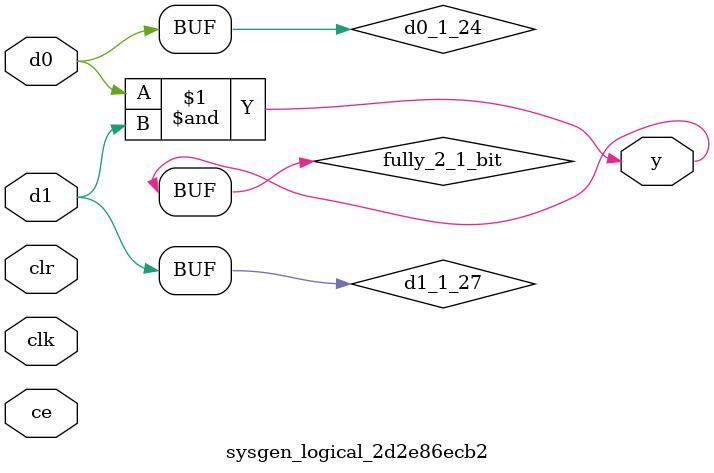
<source format=v>
module sysgen_logical_2d2e86ecb2 (
  input [(1 - 1):0] d0,
  input [(1 - 1):0] d1,
  output [(1 - 1):0] y,
  input clk,
  input ce,
  input clr);
  wire d0_1_24;
  wire d1_1_27;
  wire fully_2_1_bit;
  assign d0_1_24 = d0;
  assign d1_1_27 = d1;
  assign fully_2_1_bit = d0_1_24 & d1_1_27;
  assign y = fully_2_1_bit;
endmodule
</source>
